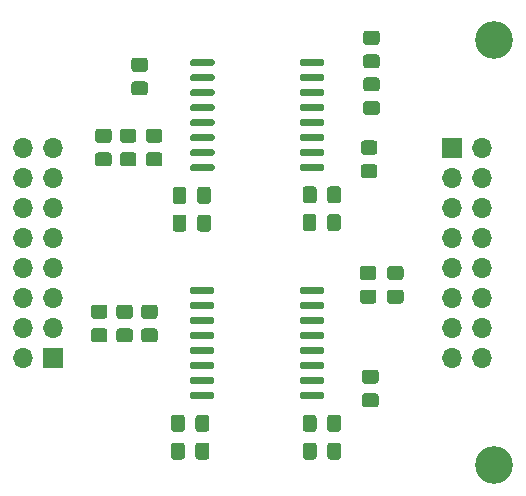
<source format=gts>
G04 #@! TF.GenerationSoftware,KiCad,Pcbnew,(6.0.6)*
G04 #@! TF.CreationDate,2023-08-29T14:40:31+02:00*
G04 #@! TF.ProjectId,digital-isolator-6t2r,64696769-7461-46c2-9d69-736f6c61746f,rev?*
G04 #@! TF.SameCoordinates,Original*
G04 #@! TF.FileFunction,Soldermask,Top*
G04 #@! TF.FilePolarity,Negative*
%FSLAX46Y46*%
G04 Gerber Fmt 4.6, Leading zero omitted, Abs format (unit mm)*
G04 Created by KiCad (PCBNEW (6.0.6)) date 2023-08-29 14:40:31*
%MOMM*%
%LPD*%
G01*
G04 APERTURE LIST*
%ADD10C,3.200000*%
%ADD11R,1.700000X1.700000*%
%ADD12O,1.700000X1.700000*%
G04 APERTURE END LIST*
D10*
X119760000Y-70700000D03*
G36*
G01*
X105362500Y-45345000D02*
X105362500Y-45645000D01*
G75*
G02*
X105212500Y-45795000I-150000J0D01*
G01*
X103462500Y-45795000D01*
G75*
G02*
X103312500Y-45645000I0J150000D01*
G01*
X103312500Y-45345000D01*
G75*
G02*
X103462500Y-45195000I150000J0D01*
G01*
X105212500Y-45195000D01*
G75*
G02*
X105362500Y-45345000I0J-150000D01*
G01*
G37*
G36*
G01*
X105362500Y-44075000D02*
X105362500Y-44375000D01*
G75*
G02*
X105212500Y-44525000I-150000J0D01*
G01*
X103462500Y-44525000D01*
G75*
G02*
X103312500Y-44375000I0J150000D01*
G01*
X103312500Y-44075000D01*
G75*
G02*
X103462500Y-43925000I150000J0D01*
G01*
X105212500Y-43925000D01*
G75*
G02*
X105362500Y-44075000I0J-150000D01*
G01*
G37*
G36*
G01*
X105362500Y-42805000D02*
X105362500Y-43105000D01*
G75*
G02*
X105212500Y-43255000I-150000J0D01*
G01*
X103462500Y-43255000D01*
G75*
G02*
X103312500Y-43105000I0J150000D01*
G01*
X103312500Y-42805000D01*
G75*
G02*
X103462500Y-42655000I150000J0D01*
G01*
X105212500Y-42655000D01*
G75*
G02*
X105362500Y-42805000I0J-150000D01*
G01*
G37*
G36*
G01*
X105362500Y-41535000D02*
X105362500Y-41835000D01*
G75*
G02*
X105212500Y-41985000I-150000J0D01*
G01*
X103462500Y-41985000D01*
G75*
G02*
X103312500Y-41835000I0J150000D01*
G01*
X103312500Y-41535000D01*
G75*
G02*
X103462500Y-41385000I150000J0D01*
G01*
X105212500Y-41385000D01*
G75*
G02*
X105362500Y-41535000I0J-150000D01*
G01*
G37*
G36*
G01*
X105362500Y-40265000D02*
X105362500Y-40565000D01*
G75*
G02*
X105212500Y-40715000I-150000J0D01*
G01*
X103462500Y-40715000D01*
G75*
G02*
X103312500Y-40565000I0J150000D01*
G01*
X103312500Y-40265000D01*
G75*
G02*
X103462500Y-40115000I150000J0D01*
G01*
X105212500Y-40115000D01*
G75*
G02*
X105362500Y-40265000I0J-150000D01*
G01*
G37*
G36*
G01*
X105362500Y-38995000D02*
X105362500Y-39295000D01*
G75*
G02*
X105212500Y-39445000I-150000J0D01*
G01*
X103462500Y-39445000D01*
G75*
G02*
X103312500Y-39295000I0J150000D01*
G01*
X103312500Y-38995000D01*
G75*
G02*
X103462500Y-38845000I150000J0D01*
G01*
X105212500Y-38845000D01*
G75*
G02*
X105362500Y-38995000I0J-150000D01*
G01*
G37*
G36*
G01*
X105362500Y-37725000D02*
X105362500Y-38025000D01*
G75*
G02*
X105212500Y-38175000I-150000J0D01*
G01*
X103462500Y-38175000D01*
G75*
G02*
X103312500Y-38025000I0J150000D01*
G01*
X103312500Y-37725000D01*
G75*
G02*
X103462500Y-37575000I150000J0D01*
G01*
X105212500Y-37575000D01*
G75*
G02*
X105362500Y-37725000I0J-150000D01*
G01*
G37*
G36*
G01*
X105362500Y-36455000D02*
X105362500Y-36755000D01*
G75*
G02*
X105212500Y-36905000I-150000J0D01*
G01*
X103462500Y-36905000D01*
G75*
G02*
X103312500Y-36755000I0J150000D01*
G01*
X103312500Y-36455000D01*
G75*
G02*
X103462500Y-36305000I150000J0D01*
G01*
X105212500Y-36305000D01*
G75*
G02*
X105362500Y-36455000I0J-150000D01*
G01*
G37*
G36*
G01*
X96062500Y-36455000D02*
X96062500Y-36755000D01*
G75*
G02*
X95912500Y-36905000I-150000J0D01*
G01*
X94162500Y-36905000D01*
G75*
G02*
X94012500Y-36755000I0J150000D01*
G01*
X94012500Y-36455000D01*
G75*
G02*
X94162500Y-36305000I150000J0D01*
G01*
X95912500Y-36305000D01*
G75*
G02*
X96062500Y-36455000I0J-150000D01*
G01*
G37*
G36*
G01*
X96062500Y-37725000D02*
X96062500Y-38025000D01*
G75*
G02*
X95912500Y-38175000I-150000J0D01*
G01*
X94162500Y-38175000D01*
G75*
G02*
X94012500Y-38025000I0J150000D01*
G01*
X94012500Y-37725000D01*
G75*
G02*
X94162500Y-37575000I150000J0D01*
G01*
X95912500Y-37575000D01*
G75*
G02*
X96062500Y-37725000I0J-150000D01*
G01*
G37*
G36*
G01*
X96062500Y-38995000D02*
X96062500Y-39295000D01*
G75*
G02*
X95912500Y-39445000I-150000J0D01*
G01*
X94162500Y-39445000D01*
G75*
G02*
X94012500Y-39295000I0J150000D01*
G01*
X94012500Y-38995000D01*
G75*
G02*
X94162500Y-38845000I150000J0D01*
G01*
X95912500Y-38845000D01*
G75*
G02*
X96062500Y-38995000I0J-150000D01*
G01*
G37*
G36*
G01*
X96062500Y-40265000D02*
X96062500Y-40565000D01*
G75*
G02*
X95912500Y-40715000I-150000J0D01*
G01*
X94162500Y-40715000D01*
G75*
G02*
X94012500Y-40565000I0J150000D01*
G01*
X94012500Y-40265000D01*
G75*
G02*
X94162500Y-40115000I150000J0D01*
G01*
X95912500Y-40115000D01*
G75*
G02*
X96062500Y-40265000I0J-150000D01*
G01*
G37*
G36*
G01*
X96062500Y-41535000D02*
X96062500Y-41835000D01*
G75*
G02*
X95912500Y-41985000I-150000J0D01*
G01*
X94162500Y-41985000D01*
G75*
G02*
X94012500Y-41835000I0J150000D01*
G01*
X94012500Y-41535000D01*
G75*
G02*
X94162500Y-41385000I150000J0D01*
G01*
X95912500Y-41385000D01*
G75*
G02*
X96062500Y-41535000I0J-150000D01*
G01*
G37*
G36*
G01*
X96062500Y-42805000D02*
X96062500Y-43105000D01*
G75*
G02*
X95912500Y-43255000I-150000J0D01*
G01*
X94162500Y-43255000D01*
G75*
G02*
X94012500Y-43105000I0J150000D01*
G01*
X94012500Y-42805000D01*
G75*
G02*
X94162500Y-42655000I150000J0D01*
G01*
X95912500Y-42655000D01*
G75*
G02*
X96062500Y-42805000I0J-150000D01*
G01*
G37*
G36*
G01*
X96062500Y-44075000D02*
X96062500Y-44375000D01*
G75*
G02*
X95912500Y-44525000I-150000J0D01*
G01*
X94162500Y-44525000D01*
G75*
G02*
X94012500Y-44375000I0J150000D01*
G01*
X94012500Y-44075000D01*
G75*
G02*
X94162500Y-43925000I150000J0D01*
G01*
X95912500Y-43925000D01*
G75*
G02*
X96062500Y-44075000I0J-150000D01*
G01*
G37*
G36*
G01*
X96062500Y-45345000D02*
X96062500Y-45645000D01*
G75*
G02*
X95912500Y-45795000I-150000J0D01*
G01*
X94162500Y-45795000D01*
G75*
G02*
X94012500Y-45645000I0J150000D01*
G01*
X94012500Y-45345000D01*
G75*
G02*
X94162500Y-45195000I150000J0D01*
G01*
X95912500Y-45195000D01*
G75*
G02*
X96062500Y-45345000I0J-150000D01*
G01*
G37*
G36*
G01*
X95762500Y-49725000D02*
X95762500Y-50675000D01*
G75*
G02*
X95512500Y-50925000I-250000J0D01*
G01*
X94837500Y-50925000D01*
G75*
G02*
X94587500Y-50675000I0J250000D01*
G01*
X94587500Y-49725000D01*
G75*
G02*
X94837500Y-49475000I250000J0D01*
G01*
X95512500Y-49475000D01*
G75*
G02*
X95762500Y-49725000I0J-250000D01*
G01*
G37*
G36*
G01*
X93687500Y-49725000D02*
X93687500Y-50675000D01*
G75*
G02*
X93437500Y-50925000I-250000J0D01*
G01*
X92762500Y-50925000D01*
G75*
G02*
X92512500Y-50675000I0J250000D01*
G01*
X92512500Y-49725000D01*
G75*
G02*
X92762500Y-49475000I250000J0D01*
G01*
X93437500Y-49475000D01*
G75*
G02*
X93687500Y-49725000I0J-250000D01*
G01*
G37*
G36*
G01*
X109800000Y-37100000D02*
X108900000Y-37100000D01*
G75*
G02*
X108650000Y-36850000I0J250000D01*
G01*
X108650000Y-36150000D01*
G75*
G02*
X108900000Y-35900000I250000J0D01*
G01*
X109800000Y-35900000D01*
G75*
G02*
X110050000Y-36150000I0J-250000D01*
G01*
X110050000Y-36850000D01*
G75*
G02*
X109800000Y-37100000I-250000J0D01*
G01*
G37*
G36*
G01*
X109800000Y-35100000D02*
X108900000Y-35100000D01*
G75*
G02*
X108650000Y-34850000I0J250000D01*
G01*
X108650000Y-34150000D01*
G75*
G02*
X108900000Y-33900000I250000J0D01*
G01*
X109800000Y-33900000D01*
G75*
G02*
X110050000Y-34150000I0J-250000D01*
G01*
X110050000Y-34850000D01*
G75*
G02*
X109800000Y-35100000I-250000J0D01*
G01*
G37*
G36*
G01*
X86750000Y-60300000D02*
X85850000Y-60300000D01*
G75*
G02*
X85600000Y-60050000I0J250000D01*
G01*
X85600000Y-59350000D01*
G75*
G02*
X85850000Y-59100000I250000J0D01*
G01*
X86750000Y-59100000D01*
G75*
G02*
X87000000Y-59350000I0J-250000D01*
G01*
X87000000Y-60050000D01*
G75*
G02*
X86750000Y-60300000I-250000J0D01*
G01*
G37*
G36*
G01*
X86750000Y-58300000D02*
X85850000Y-58300000D01*
G75*
G02*
X85600000Y-58050000I0J250000D01*
G01*
X85600000Y-57350000D01*
G75*
G02*
X85850000Y-57100000I250000J0D01*
G01*
X86750000Y-57100000D01*
G75*
G02*
X87000000Y-57350000I0J-250000D01*
G01*
X87000000Y-58050000D01*
G75*
G02*
X86750000Y-58300000I-250000J0D01*
G01*
G37*
G36*
G01*
X103512500Y-50625000D02*
X103512500Y-49675000D01*
G75*
G02*
X103762500Y-49425000I250000J0D01*
G01*
X104437500Y-49425000D01*
G75*
G02*
X104687500Y-49675000I0J-250000D01*
G01*
X104687500Y-50625000D01*
G75*
G02*
X104437500Y-50875000I-250000J0D01*
G01*
X103762500Y-50875000D01*
G75*
G02*
X103512500Y-50625000I0J250000D01*
G01*
G37*
G36*
G01*
X105587500Y-50625000D02*
X105587500Y-49675000D01*
G75*
G02*
X105837500Y-49425000I250000J0D01*
G01*
X106512500Y-49425000D01*
G75*
G02*
X106762500Y-49675000I0J-250000D01*
G01*
X106762500Y-50625000D01*
G75*
G02*
X106512500Y-50875000I-250000J0D01*
G01*
X105837500Y-50875000D01*
G75*
G02*
X105587500Y-50625000I0J250000D01*
G01*
G37*
D11*
X116200000Y-43825000D03*
D12*
X118740000Y-43825000D03*
X116200000Y-46365000D03*
X118740000Y-46365000D03*
X116200000Y-48905000D03*
X118740000Y-48905000D03*
X116200000Y-51445000D03*
X118740000Y-51445000D03*
X116200000Y-53985000D03*
X118740000Y-53985000D03*
X116200000Y-56525000D03*
X118740000Y-56525000D03*
X116200000Y-59065000D03*
X118740000Y-59065000D03*
X116200000Y-61605000D03*
X118740000Y-61605000D03*
G36*
G01*
X88300000Y-42200000D02*
X89200000Y-42200000D01*
G75*
G02*
X89450000Y-42450000I0J-250000D01*
G01*
X89450000Y-43150000D01*
G75*
G02*
X89200000Y-43400000I-250000J0D01*
G01*
X88300000Y-43400000D01*
G75*
G02*
X88050000Y-43150000I0J250000D01*
G01*
X88050000Y-42450000D01*
G75*
G02*
X88300000Y-42200000I250000J0D01*
G01*
G37*
G36*
G01*
X88300000Y-44200000D02*
X89200000Y-44200000D01*
G75*
G02*
X89450000Y-44450000I0J-250000D01*
G01*
X89450000Y-45150000D01*
G75*
G02*
X89200000Y-45400000I-250000J0D01*
G01*
X88300000Y-45400000D01*
G75*
G02*
X88050000Y-45150000I0J250000D01*
G01*
X88050000Y-44450000D01*
G75*
G02*
X88300000Y-44200000I250000J0D01*
G01*
G37*
G36*
G01*
X111820000Y-57020000D02*
X110920000Y-57020000D01*
G75*
G02*
X110670000Y-56770000I0J250000D01*
G01*
X110670000Y-56070000D01*
G75*
G02*
X110920000Y-55820000I250000J0D01*
G01*
X111820000Y-55820000D01*
G75*
G02*
X112070000Y-56070000I0J-250000D01*
G01*
X112070000Y-56770000D01*
G75*
G02*
X111820000Y-57020000I-250000J0D01*
G01*
G37*
G36*
G01*
X111820000Y-55020000D02*
X110920000Y-55020000D01*
G75*
G02*
X110670000Y-54770000I0J250000D01*
G01*
X110670000Y-54070000D01*
G75*
G02*
X110920000Y-53820000I250000J0D01*
G01*
X111820000Y-53820000D01*
G75*
G02*
X112070000Y-54070000I0J-250000D01*
G01*
X112070000Y-54770000D01*
G75*
G02*
X111820000Y-55020000I-250000J0D01*
G01*
G37*
G36*
G01*
X95762500Y-47375000D02*
X95762500Y-48325000D01*
G75*
G02*
X95512500Y-48575000I-250000J0D01*
G01*
X94837500Y-48575000D01*
G75*
G02*
X94587500Y-48325000I0J250000D01*
G01*
X94587500Y-47375000D01*
G75*
G02*
X94837500Y-47125000I250000J0D01*
G01*
X95512500Y-47125000D01*
G75*
G02*
X95762500Y-47375000I0J-250000D01*
G01*
G37*
G36*
G01*
X93687500Y-47375000D02*
X93687500Y-48325000D01*
G75*
G02*
X93437500Y-48575000I-250000J0D01*
G01*
X92762500Y-48575000D01*
G75*
G02*
X92512500Y-48325000I0J250000D01*
G01*
X92512500Y-47375000D01*
G75*
G02*
X92762500Y-47125000I250000J0D01*
G01*
X93437500Y-47125000D01*
G75*
G02*
X93687500Y-47375000I0J-250000D01*
G01*
G37*
G36*
G01*
X88900000Y-60300000D02*
X88000000Y-60300000D01*
G75*
G02*
X87750000Y-60050000I0J250000D01*
G01*
X87750000Y-59350000D01*
G75*
G02*
X88000000Y-59100000I250000J0D01*
G01*
X88900000Y-59100000D01*
G75*
G02*
X89150000Y-59350000I0J-250000D01*
G01*
X89150000Y-60050000D01*
G75*
G02*
X88900000Y-60300000I-250000J0D01*
G01*
G37*
G36*
G01*
X88900000Y-58300000D02*
X88000000Y-58300000D01*
G75*
G02*
X87750000Y-58050000I0J250000D01*
G01*
X87750000Y-57350000D01*
G75*
G02*
X88000000Y-57100000I250000J0D01*
G01*
X88900000Y-57100000D01*
G75*
G02*
X89150000Y-57350000I0J-250000D01*
G01*
X89150000Y-58050000D01*
G75*
G02*
X88900000Y-58300000I-250000J0D01*
G01*
G37*
G36*
G01*
X103525000Y-67625000D02*
X103525000Y-66675000D01*
G75*
G02*
X103775000Y-66425000I250000J0D01*
G01*
X104450000Y-66425000D01*
G75*
G02*
X104700000Y-66675000I0J-250000D01*
G01*
X104700000Y-67625000D01*
G75*
G02*
X104450000Y-67875000I-250000J0D01*
G01*
X103775000Y-67875000D01*
G75*
G02*
X103525000Y-67625000I0J250000D01*
G01*
G37*
G36*
G01*
X105600000Y-67625000D02*
X105600000Y-66675000D01*
G75*
G02*
X105850000Y-66425000I250000J0D01*
G01*
X106525000Y-66425000D01*
G75*
G02*
X106775000Y-66675000I0J-250000D01*
G01*
X106775000Y-67625000D01*
G75*
G02*
X106525000Y-67875000I-250000J0D01*
G01*
X105850000Y-67875000D01*
G75*
G02*
X105600000Y-67625000I0J250000D01*
G01*
G37*
G36*
G01*
X109800000Y-41050000D02*
X108900000Y-41050000D01*
G75*
G02*
X108650000Y-40800000I0J250000D01*
G01*
X108650000Y-40100000D01*
G75*
G02*
X108900000Y-39850000I250000J0D01*
G01*
X109800000Y-39850000D01*
G75*
G02*
X110050000Y-40100000I0J-250000D01*
G01*
X110050000Y-40800000D01*
G75*
G02*
X109800000Y-41050000I-250000J0D01*
G01*
G37*
G36*
G01*
X109800000Y-39050000D02*
X108900000Y-39050000D01*
G75*
G02*
X108650000Y-38800000I0J250000D01*
G01*
X108650000Y-38100000D01*
G75*
G02*
X108900000Y-37850000I250000J0D01*
G01*
X109800000Y-37850000D01*
G75*
G02*
X110050000Y-38100000I0J-250000D01*
G01*
X110050000Y-38800000D01*
G75*
G02*
X109800000Y-39050000I-250000J0D01*
G01*
G37*
D11*
X82350000Y-61575000D03*
D12*
X79810000Y-61575000D03*
X82350000Y-59035000D03*
X79810000Y-59035000D03*
X82350000Y-56495000D03*
X79810000Y-56495000D03*
X82350000Y-53955000D03*
X79810000Y-53955000D03*
X82350000Y-51415000D03*
X79810000Y-51415000D03*
X82350000Y-48875000D03*
X79810000Y-48875000D03*
X82350000Y-46335000D03*
X79810000Y-46335000D03*
X82350000Y-43795000D03*
X79810000Y-43795000D03*
G36*
G01*
X108700000Y-43200000D02*
X109600000Y-43200000D01*
G75*
G02*
X109850000Y-43450000I0J-250000D01*
G01*
X109850000Y-44150000D01*
G75*
G02*
X109600000Y-44400000I-250000J0D01*
G01*
X108700000Y-44400000D01*
G75*
G02*
X108450000Y-44150000I0J250000D01*
G01*
X108450000Y-43450000D01*
G75*
G02*
X108700000Y-43200000I250000J0D01*
G01*
G37*
G36*
G01*
X108700000Y-45200000D02*
X109600000Y-45200000D01*
G75*
G02*
X109850000Y-45450000I0J-250000D01*
G01*
X109850000Y-46150000D01*
G75*
G02*
X109600000Y-46400000I-250000J0D01*
G01*
X108700000Y-46400000D01*
G75*
G02*
X108450000Y-46150000I0J250000D01*
G01*
X108450000Y-45450000D01*
G75*
G02*
X108700000Y-45200000I250000J0D01*
G01*
G37*
G36*
G01*
X105325000Y-64645000D02*
X105325000Y-64945000D01*
G75*
G02*
X105175000Y-65095000I-150000J0D01*
G01*
X103425000Y-65095000D01*
G75*
G02*
X103275000Y-64945000I0J150000D01*
G01*
X103275000Y-64645000D01*
G75*
G02*
X103425000Y-64495000I150000J0D01*
G01*
X105175000Y-64495000D01*
G75*
G02*
X105325000Y-64645000I0J-150000D01*
G01*
G37*
G36*
G01*
X105325000Y-63375000D02*
X105325000Y-63675000D01*
G75*
G02*
X105175000Y-63825000I-150000J0D01*
G01*
X103425000Y-63825000D01*
G75*
G02*
X103275000Y-63675000I0J150000D01*
G01*
X103275000Y-63375000D01*
G75*
G02*
X103425000Y-63225000I150000J0D01*
G01*
X105175000Y-63225000D01*
G75*
G02*
X105325000Y-63375000I0J-150000D01*
G01*
G37*
G36*
G01*
X105325000Y-62105000D02*
X105325000Y-62405000D01*
G75*
G02*
X105175000Y-62555000I-150000J0D01*
G01*
X103425000Y-62555000D01*
G75*
G02*
X103275000Y-62405000I0J150000D01*
G01*
X103275000Y-62105000D01*
G75*
G02*
X103425000Y-61955000I150000J0D01*
G01*
X105175000Y-61955000D01*
G75*
G02*
X105325000Y-62105000I0J-150000D01*
G01*
G37*
G36*
G01*
X105325000Y-60835000D02*
X105325000Y-61135000D01*
G75*
G02*
X105175000Y-61285000I-150000J0D01*
G01*
X103425000Y-61285000D01*
G75*
G02*
X103275000Y-61135000I0J150000D01*
G01*
X103275000Y-60835000D01*
G75*
G02*
X103425000Y-60685000I150000J0D01*
G01*
X105175000Y-60685000D01*
G75*
G02*
X105325000Y-60835000I0J-150000D01*
G01*
G37*
G36*
G01*
X105325000Y-59565000D02*
X105325000Y-59865000D01*
G75*
G02*
X105175000Y-60015000I-150000J0D01*
G01*
X103425000Y-60015000D01*
G75*
G02*
X103275000Y-59865000I0J150000D01*
G01*
X103275000Y-59565000D01*
G75*
G02*
X103425000Y-59415000I150000J0D01*
G01*
X105175000Y-59415000D01*
G75*
G02*
X105325000Y-59565000I0J-150000D01*
G01*
G37*
G36*
G01*
X105325000Y-58295000D02*
X105325000Y-58595000D01*
G75*
G02*
X105175000Y-58745000I-150000J0D01*
G01*
X103425000Y-58745000D01*
G75*
G02*
X103275000Y-58595000I0J150000D01*
G01*
X103275000Y-58295000D01*
G75*
G02*
X103425000Y-58145000I150000J0D01*
G01*
X105175000Y-58145000D01*
G75*
G02*
X105325000Y-58295000I0J-150000D01*
G01*
G37*
G36*
G01*
X105325000Y-57025000D02*
X105325000Y-57325000D01*
G75*
G02*
X105175000Y-57475000I-150000J0D01*
G01*
X103425000Y-57475000D01*
G75*
G02*
X103275000Y-57325000I0J150000D01*
G01*
X103275000Y-57025000D01*
G75*
G02*
X103425000Y-56875000I150000J0D01*
G01*
X105175000Y-56875000D01*
G75*
G02*
X105325000Y-57025000I0J-150000D01*
G01*
G37*
G36*
G01*
X105325000Y-55755000D02*
X105325000Y-56055000D01*
G75*
G02*
X105175000Y-56205000I-150000J0D01*
G01*
X103425000Y-56205000D01*
G75*
G02*
X103275000Y-56055000I0J150000D01*
G01*
X103275000Y-55755000D01*
G75*
G02*
X103425000Y-55605000I150000J0D01*
G01*
X105175000Y-55605000D01*
G75*
G02*
X105325000Y-55755000I0J-150000D01*
G01*
G37*
G36*
G01*
X96025000Y-55755000D02*
X96025000Y-56055000D01*
G75*
G02*
X95875000Y-56205000I-150000J0D01*
G01*
X94125000Y-56205000D01*
G75*
G02*
X93975000Y-56055000I0J150000D01*
G01*
X93975000Y-55755000D01*
G75*
G02*
X94125000Y-55605000I150000J0D01*
G01*
X95875000Y-55605000D01*
G75*
G02*
X96025000Y-55755000I0J-150000D01*
G01*
G37*
G36*
G01*
X96025000Y-57025000D02*
X96025000Y-57325000D01*
G75*
G02*
X95875000Y-57475000I-150000J0D01*
G01*
X94125000Y-57475000D01*
G75*
G02*
X93975000Y-57325000I0J150000D01*
G01*
X93975000Y-57025000D01*
G75*
G02*
X94125000Y-56875000I150000J0D01*
G01*
X95875000Y-56875000D01*
G75*
G02*
X96025000Y-57025000I0J-150000D01*
G01*
G37*
G36*
G01*
X96025000Y-58295000D02*
X96025000Y-58595000D01*
G75*
G02*
X95875000Y-58745000I-150000J0D01*
G01*
X94125000Y-58745000D01*
G75*
G02*
X93975000Y-58595000I0J150000D01*
G01*
X93975000Y-58295000D01*
G75*
G02*
X94125000Y-58145000I150000J0D01*
G01*
X95875000Y-58145000D01*
G75*
G02*
X96025000Y-58295000I0J-150000D01*
G01*
G37*
G36*
G01*
X96025000Y-59565000D02*
X96025000Y-59865000D01*
G75*
G02*
X95875000Y-60015000I-150000J0D01*
G01*
X94125000Y-60015000D01*
G75*
G02*
X93975000Y-59865000I0J150000D01*
G01*
X93975000Y-59565000D01*
G75*
G02*
X94125000Y-59415000I150000J0D01*
G01*
X95875000Y-59415000D01*
G75*
G02*
X96025000Y-59565000I0J-150000D01*
G01*
G37*
G36*
G01*
X96025000Y-60835000D02*
X96025000Y-61135000D01*
G75*
G02*
X95875000Y-61285000I-150000J0D01*
G01*
X94125000Y-61285000D01*
G75*
G02*
X93975000Y-61135000I0J150000D01*
G01*
X93975000Y-60835000D01*
G75*
G02*
X94125000Y-60685000I150000J0D01*
G01*
X95875000Y-60685000D01*
G75*
G02*
X96025000Y-60835000I0J-150000D01*
G01*
G37*
G36*
G01*
X96025000Y-62105000D02*
X96025000Y-62405000D01*
G75*
G02*
X95875000Y-62555000I-150000J0D01*
G01*
X94125000Y-62555000D01*
G75*
G02*
X93975000Y-62405000I0J150000D01*
G01*
X93975000Y-62105000D01*
G75*
G02*
X94125000Y-61955000I150000J0D01*
G01*
X95875000Y-61955000D01*
G75*
G02*
X96025000Y-62105000I0J-150000D01*
G01*
G37*
G36*
G01*
X96025000Y-63375000D02*
X96025000Y-63675000D01*
G75*
G02*
X95875000Y-63825000I-150000J0D01*
G01*
X94125000Y-63825000D01*
G75*
G02*
X93975000Y-63675000I0J150000D01*
G01*
X93975000Y-63375000D01*
G75*
G02*
X94125000Y-63225000I150000J0D01*
G01*
X95875000Y-63225000D01*
G75*
G02*
X96025000Y-63375000I0J-150000D01*
G01*
G37*
G36*
G01*
X96025000Y-64645000D02*
X96025000Y-64945000D01*
G75*
G02*
X95875000Y-65095000I-150000J0D01*
G01*
X94125000Y-65095000D01*
G75*
G02*
X93975000Y-64945000I0J150000D01*
G01*
X93975000Y-64645000D01*
G75*
G02*
X94125000Y-64495000I150000J0D01*
G01*
X95875000Y-64495000D01*
G75*
G02*
X96025000Y-64645000I0J-150000D01*
G01*
G37*
G36*
G01*
X95625000Y-69025000D02*
X95625000Y-69975000D01*
G75*
G02*
X95375000Y-70225000I-250000J0D01*
G01*
X94700000Y-70225000D01*
G75*
G02*
X94450000Y-69975000I0J250000D01*
G01*
X94450000Y-69025000D01*
G75*
G02*
X94700000Y-68775000I250000J0D01*
G01*
X95375000Y-68775000D01*
G75*
G02*
X95625000Y-69025000I0J-250000D01*
G01*
G37*
G36*
G01*
X93550000Y-69025000D02*
X93550000Y-69975000D01*
G75*
G02*
X93300000Y-70225000I-250000J0D01*
G01*
X92625000Y-70225000D01*
G75*
G02*
X92375000Y-69975000I0J250000D01*
G01*
X92375000Y-69025000D01*
G75*
G02*
X92625000Y-68775000I250000J0D01*
G01*
X93300000Y-68775000D01*
G75*
G02*
X93550000Y-69025000I0J-250000D01*
G01*
G37*
G36*
G01*
X103537500Y-69975000D02*
X103537500Y-69025000D01*
G75*
G02*
X103787500Y-68775000I250000J0D01*
G01*
X104462500Y-68775000D01*
G75*
G02*
X104712500Y-69025000I0J-250000D01*
G01*
X104712500Y-69975000D01*
G75*
G02*
X104462500Y-70225000I-250000J0D01*
G01*
X103787500Y-70225000D01*
G75*
G02*
X103537500Y-69975000I0J250000D01*
G01*
G37*
G36*
G01*
X105612500Y-69975000D02*
X105612500Y-69025000D01*
G75*
G02*
X105862500Y-68775000I250000J0D01*
G01*
X106537500Y-68775000D01*
G75*
G02*
X106787500Y-69025000I0J-250000D01*
G01*
X106787500Y-69975000D01*
G75*
G02*
X106537500Y-70225000I-250000J0D01*
G01*
X105862500Y-70225000D01*
G75*
G02*
X105612500Y-69975000I0J250000D01*
G01*
G37*
G36*
G01*
X109520000Y-57020000D02*
X108620000Y-57020000D01*
G75*
G02*
X108370000Y-56770000I0J250000D01*
G01*
X108370000Y-56070000D01*
G75*
G02*
X108620000Y-55820000I250000J0D01*
G01*
X109520000Y-55820000D01*
G75*
G02*
X109770000Y-56070000I0J-250000D01*
G01*
X109770000Y-56770000D01*
G75*
G02*
X109520000Y-57020000I-250000J0D01*
G01*
G37*
G36*
G01*
X109520000Y-55020000D02*
X108620000Y-55020000D01*
G75*
G02*
X108370000Y-54770000I0J250000D01*
G01*
X108370000Y-54070000D01*
G75*
G02*
X108620000Y-53820000I250000J0D01*
G01*
X109520000Y-53820000D01*
G75*
G02*
X109770000Y-54070000I0J-250000D01*
G01*
X109770000Y-54770000D01*
G75*
G02*
X109520000Y-55020000I-250000J0D01*
G01*
G37*
G36*
G01*
X91000000Y-60300000D02*
X90100000Y-60300000D01*
G75*
G02*
X89850000Y-60050000I0J250000D01*
G01*
X89850000Y-59350000D01*
G75*
G02*
X90100000Y-59100000I250000J0D01*
G01*
X91000000Y-59100000D01*
G75*
G02*
X91250000Y-59350000I0J-250000D01*
G01*
X91250000Y-60050000D01*
G75*
G02*
X91000000Y-60300000I-250000J0D01*
G01*
G37*
G36*
G01*
X91000000Y-58300000D02*
X90100000Y-58300000D01*
G75*
G02*
X89850000Y-58050000I0J250000D01*
G01*
X89850000Y-57350000D01*
G75*
G02*
X90100000Y-57100000I250000J0D01*
G01*
X91000000Y-57100000D01*
G75*
G02*
X91250000Y-57350000I0J-250000D01*
G01*
X91250000Y-58050000D01*
G75*
G02*
X91000000Y-58300000I-250000J0D01*
G01*
G37*
G36*
G01*
X86200000Y-42200000D02*
X87100000Y-42200000D01*
G75*
G02*
X87350000Y-42450000I0J-250000D01*
G01*
X87350000Y-43150000D01*
G75*
G02*
X87100000Y-43400000I-250000J0D01*
G01*
X86200000Y-43400000D01*
G75*
G02*
X85950000Y-43150000I0J250000D01*
G01*
X85950000Y-42450000D01*
G75*
G02*
X86200000Y-42200000I250000J0D01*
G01*
G37*
G36*
G01*
X86200000Y-44200000D02*
X87100000Y-44200000D01*
G75*
G02*
X87350000Y-44450000I0J-250000D01*
G01*
X87350000Y-45150000D01*
G75*
G02*
X87100000Y-45400000I-250000J0D01*
G01*
X86200000Y-45400000D01*
G75*
G02*
X85950000Y-45150000I0J250000D01*
G01*
X85950000Y-44450000D01*
G75*
G02*
X86200000Y-44200000I250000J0D01*
G01*
G37*
G36*
G01*
X108800000Y-62600000D02*
X109700000Y-62600000D01*
G75*
G02*
X109950000Y-62850000I0J-250000D01*
G01*
X109950000Y-63550000D01*
G75*
G02*
X109700000Y-63800000I-250000J0D01*
G01*
X108800000Y-63800000D01*
G75*
G02*
X108550000Y-63550000I0J250000D01*
G01*
X108550000Y-62850000D01*
G75*
G02*
X108800000Y-62600000I250000J0D01*
G01*
G37*
G36*
G01*
X108800000Y-64600000D02*
X109700000Y-64600000D01*
G75*
G02*
X109950000Y-64850000I0J-250000D01*
G01*
X109950000Y-65550000D01*
G75*
G02*
X109700000Y-65800000I-250000J0D01*
G01*
X108800000Y-65800000D01*
G75*
G02*
X108550000Y-65550000I0J250000D01*
G01*
X108550000Y-64850000D01*
G75*
G02*
X108800000Y-64600000I250000J0D01*
G01*
G37*
G36*
G01*
X103525000Y-48275000D02*
X103525000Y-47325000D01*
G75*
G02*
X103775000Y-47075000I250000J0D01*
G01*
X104450000Y-47075000D01*
G75*
G02*
X104700000Y-47325000I0J-250000D01*
G01*
X104700000Y-48275000D01*
G75*
G02*
X104450000Y-48525000I-250000J0D01*
G01*
X103775000Y-48525000D01*
G75*
G02*
X103525000Y-48275000I0J250000D01*
G01*
G37*
G36*
G01*
X105600000Y-48275000D02*
X105600000Y-47325000D01*
G75*
G02*
X105850000Y-47075000I250000J0D01*
G01*
X106525000Y-47075000D01*
G75*
G02*
X106775000Y-47325000I0J-250000D01*
G01*
X106775000Y-48275000D01*
G75*
G02*
X106525000Y-48525000I-250000J0D01*
G01*
X105850000Y-48525000D01*
G75*
G02*
X105600000Y-48275000I0J250000D01*
G01*
G37*
G36*
G01*
X90500000Y-42200000D02*
X91400000Y-42200000D01*
G75*
G02*
X91650000Y-42450000I0J-250000D01*
G01*
X91650000Y-43150000D01*
G75*
G02*
X91400000Y-43400000I-250000J0D01*
G01*
X90500000Y-43400000D01*
G75*
G02*
X90250000Y-43150000I0J250000D01*
G01*
X90250000Y-42450000D01*
G75*
G02*
X90500000Y-42200000I250000J0D01*
G01*
G37*
G36*
G01*
X90500000Y-44200000D02*
X91400000Y-44200000D01*
G75*
G02*
X91650000Y-44450000I0J-250000D01*
G01*
X91650000Y-45150000D01*
G75*
G02*
X91400000Y-45400000I-250000J0D01*
G01*
X90500000Y-45400000D01*
G75*
G02*
X90250000Y-45150000I0J250000D01*
G01*
X90250000Y-44450000D01*
G75*
G02*
X90500000Y-44200000I250000J0D01*
G01*
G37*
D10*
X119760000Y-34700000D03*
G36*
G01*
X90170000Y-39390000D02*
X89270000Y-39390000D01*
G75*
G02*
X89020000Y-39140000I0J250000D01*
G01*
X89020000Y-38440000D01*
G75*
G02*
X89270000Y-38190000I250000J0D01*
G01*
X90170000Y-38190000D01*
G75*
G02*
X90420000Y-38440000I0J-250000D01*
G01*
X90420000Y-39140000D01*
G75*
G02*
X90170000Y-39390000I-250000J0D01*
G01*
G37*
G36*
G01*
X90170000Y-37390000D02*
X89270000Y-37390000D01*
G75*
G02*
X89020000Y-37140000I0J250000D01*
G01*
X89020000Y-36440000D01*
G75*
G02*
X89270000Y-36190000I250000J0D01*
G01*
X90170000Y-36190000D01*
G75*
G02*
X90420000Y-36440000I0J-250000D01*
G01*
X90420000Y-37140000D01*
G75*
G02*
X90170000Y-37390000I-250000J0D01*
G01*
G37*
G36*
G01*
X95625000Y-66675000D02*
X95625000Y-67625000D01*
G75*
G02*
X95375000Y-67875000I-250000J0D01*
G01*
X94700000Y-67875000D01*
G75*
G02*
X94450000Y-67625000I0J250000D01*
G01*
X94450000Y-66675000D01*
G75*
G02*
X94700000Y-66425000I250000J0D01*
G01*
X95375000Y-66425000D01*
G75*
G02*
X95625000Y-66675000I0J-250000D01*
G01*
G37*
G36*
G01*
X93550000Y-66675000D02*
X93550000Y-67625000D01*
G75*
G02*
X93300000Y-67875000I-250000J0D01*
G01*
X92625000Y-67875000D01*
G75*
G02*
X92375000Y-67625000I0J250000D01*
G01*
X92375000Y-66675000D01*
G75*
G02*
X92625000Y-66425000I250000J0D01*
G01*
X93300000Y-66425000D01*
G75*
G02*
X93550000Y-66675000I0J-250000D01*
G01*
G37*
M02*

</source>
